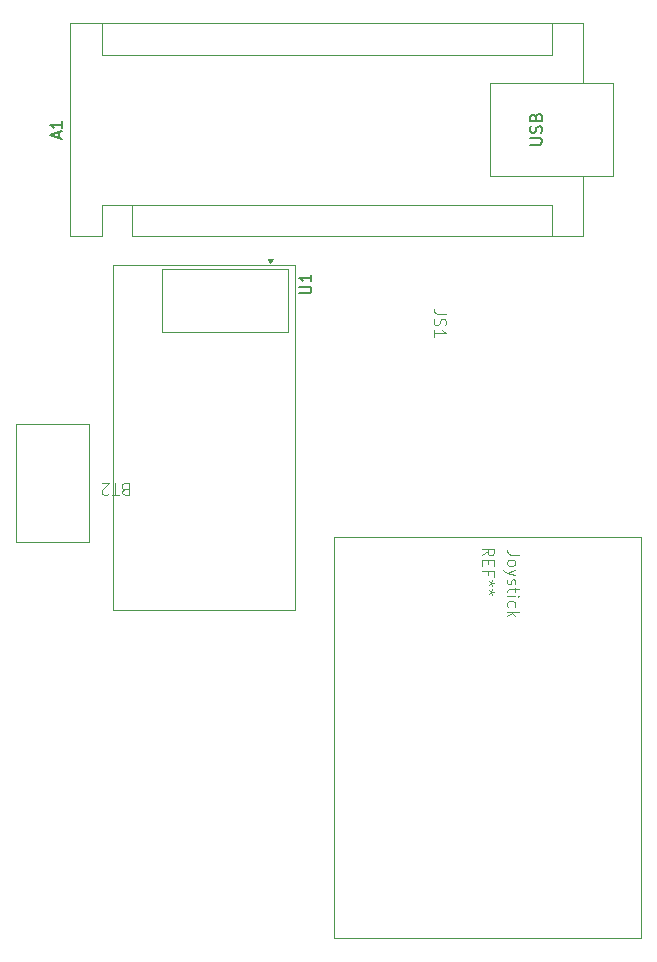
<source format=gbr>
%TF.GenerationSoftware,KiCad,Pcbnew,8.0.6*%
%TF.CreationDate,2024-12-04T13:38:29-05:00*%
%TF.ProjectId,gnahs,676e6168-732e-46b6-9963-61645f706362,rev?*%
%TF.SameCoordinates,Original*%
%TF.FileFunction,Legend,Top*%
%TF.FilePolarity,Positive*%
%FSLAX46Y46*%
G04 Gerber Fmt 4.6, Leading zero omitted, Abs format (unit mm)*
G04 Created by KiCad (PCBNEW 8.0.6) date 2024-12-04 13:38:29*
%MOMM*%
%LPD*%
G01*
G04 APERTURE LIST*
%ADD10C,0.100000*%
%ADD11C,0.150000*%
%ADD12C,0.120000*%
G04 APERTURE END LIST*
D10*
X154542580Y-105166666D02*
X155018771Y-104833333D01*
X154542580Y-104595238D02*
X155542580Y-104595238D01*
X155542580Y-104595238D02*
X155542580Y-104976190D01*
X155542580Y-104976190D02*
X155494961Y-105071428D01*
X155494961Y-105071428D02*
X155447342Y-105119047D01*
X155447342Y-105119047D02*
X155352104Y-105166666D01*
X155352104Y-105166666D02*
X155209247Y-105166666D01*
X155209247Y-105166666D02*
X155114009Y-105119047D01*
X155114009Y-105119047D02*
X155066390Y-105071428D01*
X155066390Y-105071428D02*
X155018771Y-104976190D01*
X155018771Y-104976190D02*
X155018771Y-104595238D01*
X155066390Y-105595238D02*
X155066390Y-105928571D01*
X154542580Y-106071428D02*
X154542580Y-105595238D01*
X154542580Y-105595238D02*
X155542580Y-105595238D01*
X155542580Y-105595238D02*
X155542580Y-106071428D01*
X155066390Y-106833333D02*
X155066390Y-106500000D01*
X154542580Y-106500000D02*
X155542580Y-106500000D01*
X155542580Y-106500000D02*
X155542580Y-106976190D01*
X155542580Y-107500000D02*
X155304485Y-107500000D01*
X155399723Y-107261905D02*
X155304485Y-107500000D01*
X155304485Y-107500000D02*
X155399723Y-107738095D01*
X155114009Y-107357143D02*
X155304485Y-107500000D01*
X155304485Y-107500000D02*
X155114009Y-107642857D01*
X155542580Y-108261905D02*
X155304485Y-108261905D01*
X155399723Y-108023810D02*
X155304485Y-108261905D01*
X155304485Y-108261905D02*
X155399723Y-108500000D01*
X155114009Y-108119048D02*
X155304485Y-108261905D01*
X155304485Y-108261905D02*
X155114009Y-108404762D01*
X157667580Y-105089598D02*
X156953295Y-105089598D01*
X156953295Y-105089598D02*
X156810438Y-105041979D01*
X156810438Y-105041979D02*
X156715200Y-104946741D01*
X156715200Y-104946741D02*
X156667580Y-104803884D01*
X156667580Y-104803884D02*
X156667580Y-104708646D01*
X156667580Y-105708646D02*
X156715200Y-105613408D01*
X156715200Y-105613408D02*
X156762819Y-105565789D01*
X156762819Y-105565789D02*
X156858057Y-105518170D01*
X156858057Y-105518170D02*
X157143771Y-105518170D01*
X157143771Y-105518170D02*
X157239009Y-105565789D01*
X157239009Y-105565789D02*
X157286628Y-105613408D01*
X157286628Y-105613408D02*
X157334247Y-105708646D01*
X157334247Y-105708646D02*
X157334247Y-105851503D01*
X157334247Y-105851503D02*
X157286628Y-105946741D01*
X157286628Y-105946741D02*
X157239009Y-105994360D01*
X157239009Y-105994360D02*
X157143771Y-106041979D01*
X157143771Y-106041979D02*
X156858057Y-106041979D01*
X156858057Y-106041979D02*
X156762819Y-105994360D01*
X156762819Y-105994360D02*
X156715200Y-105946741D01*
X156715200Y-105946741D02*
X156667580Y-105851503D01*
X156667580Y-105851503D02*
X156667580Y-105708646D01*
X157334247Y-106375313D02*
X156667580Y-106613408D01*
X157334247Y-106851503D02*
X156667580Y-106613408D01*
X156667580Y-106613408D02*
X156429485Y-106518170D01*
X156429485Y-106518170D02*
X156381866Y-106470551D01*
X156381866Y-106470551D02*
X156334247Y-106375313D01*
X156715200Y-107184837D02*
X156667580Y-107280075D01*
X156667580Y-107280075D02*
X156667580Y-107470551D01*
X156667580Y-107470551D02*
X156715200Y-107565789D01*
X156715200Y-107565789D02*
X156810438Y-107613408D01*
X156810438Y-107613408D02*
X156858057Y-107613408D01*
X156858057Y-107613408D02*
X156953295Y-107565789D01*
X156953295Y-107565789D02*
X157000914Y-107470551D01*
X157000914Y-107470551D02*
X157000914Y-107327694D01*
X157000914Y-107327694D02*
X157048533Y-107232456D01*
X157048533Y-107232456D02*
X157143771Y-107184837D01*
X157143771Y-107184837D02*
X157191390Y-107184837D01*
X157191390Y-107184837D02*
X157286628Y-107232456D01*
X157286628Y-107232456D02*
X157334247Y-107327694D01*
X157334247Y-107327694D02*
X157334247Y-107470551D01*
X157334247Y-107470551D02*
X157286628Y-107565789D01*
X157334247Y-107899123D02*
X157334247Y-108280075D01*
X157667580Y-108041980D02*
X156810438Y-108041980D01*
X156810438Y-108041980D02*
X156715200Y-108089599D01*
X156715200Y-108089599D02*
X156667580Y-108184837D01*
X156667580Y-108184837D02*
X156667580Y-108280075D01*
X156667580Y-108613409D02*
X157334247Y-108613409D01*
X157667580Y-108613409D02*
X157619961Y-108565790D01*
X157619961Y-108565790D02*
X157572342Y-108613409D01*
X157572342Y-108613409D02*
X157619961Y-108661028D01*
X157619961Y-108661028D02*
X157667580Y-108613409D01*
X157667580Y-108613409D02*
X157572342Y-108613409D01*
X156715200Y-109518170D02*
X156667580Y-109422932D01*
X156667580Y-109422932D02*
X156667580Y-109232456D01*
X156667580Y-109232456D02*
X156715200Y-109137218D01*
X156715200Y-109137218D02*
X156762819Y-109089599D01*
X156762819Y-109089599D02*
X156858057Y-109041980D01*
X156858057Y-109041980D02*
X157143771Y-109041980D01*
X157143771Y-109041980D02*
X157239009Y-109089599D01*
X157239009Y-109089599D02*
X157286628Y-109137218D01*
X157286628Y-109137218D02*
X157334247Y-109232456D01*
X157334247Y-109232456D02*
X157334247Y-109422932D01*
X157334247Y-109422932D02*
X157286628Y-109518170D01*
X156667580Y-109946742D02*
X157667580Y-109946742D01*
X157048533Y-110041980D02*
X156667580Y-110327694D01*
X157334247Y-110327694D02*
X156953295Y-109946742D01*
X151462580Y-84690476D02*
X150748295Y-84690476D01*
X150748295Y-84690476D02*
X150605438Y-84642857D01*
X150605438Y-84642857D02*
X150510200Y-84547619D01*
X150510200Y-84547619D02*
X150462580Y-84404762D01*
X150462580Y-84404762D02*
X150462580Y-84309524D01*
X150510200Y-85119048D02*
X150462580Y-85261905D01*
X150462580Y-85261905D02*
X150462580Y-85500000D01*
X150462580Y-85500000D02*
X150510200Y-85595238D01*
X150510200Y-85595238D02*
X150557819Y-85642857D01*
X150557819Y-85642857D02*
X150653057Y-85690476D01*
X150653057Y-85690476D02*
X150748295Y-85690476D01*
X150748295Y-85690476D02*
X150843533Y-85642857D01*
X150843533Y-85642857D02*
X150891152Y-85595238D01*
X150891152Y-85595238D02*
X150938771Y-85500000D01*
X150938771Y-85500000D02*
X150986390Y-85309524D01*
X150986390Y-85309524D02*
X151034009Y-85214286D01*
X151034009Y-85214286D02*
X151081628Y-85166667D01*
X151081628Y-85166667D02*
X151176866Y-85119048D01*
X151176866Y-85119048D02*
X151272104Y-85119048D01*
X151272104Y-85119048D02*
X151367342Y-85166667D01*
X151367342Y-85166667D02*
X151414961Y-85214286D01*
X151414961Y-85214286D02*
X151462580Y-85309524D01*
X151462580Y-85309524D02*
X151462580Y-85547619D01*
X151462580Y-85547619D02*
X151414961Y-85690476D01*
X150462580Y-86642857D02*
X150462580Y-86071429D01*
X150462580Y-86357143D02*
X151462580Y-86357143D01*
X151462580Y-86357143D02*
X151319723Y-86261905D01*
X151319723Y-86261905D02*
X151224485Y-86166667D01*
X151224485Y-86166667D02*
X151176866Y-86071429D01*
X124285714Y-99566390D02*
X124142857Y-99518771D01*
X124142857Y-99518771D02*
X124095238Y-99471152D01*
X124095238Y-99471152D02*
X124047619Y-99375914D01*
X124047619Y-99375914D02*
X124047619Y-99233057D01*
X124047619Y-99233057D02*
X124095238Y-99137819D01*
X124095238Y-99137819D02*
X124142857Y-99090200D01*
X124142857Y-99090200D02*
X124238095Y-99042580D01*
X124238095Y-99042580D02*
X124619047Y-99042580D01*
X124619047Y-99042580D02*
X124619047Y-100042580D01*
X124619047Y-100042580D02*
X124285714Y-100042580D01*
X124285714Y-100042580D02*
X124190476Y-99994961D01*
X124190476Y-99994961D02*
X124142857Y-99947342D01*
X124142857Y-99947342D02*
X124095238Y-99852104D01*
X124095238Y-99852104D02*
X124095238Y-99756866D01*
X124095238Y-99756866D02*
X124142857Y-99661628D01*
X124142857Y-99661628D02*
X124190476Y-99614009D01*
X124190476Y-99614009D02*
X124285714Y-99566390D01*
X124285714Y-99566390D02*
X124619047Y-99566390D01*
X123761904Y-100042580D02*
X123190476Y-100042580D01*
X123476190Y-99042580D02*
X123476190Y-100042580D01*
X122904761Y-99947342D02*
X122857142Y-99994961D01*
X122857142Y-99994961D02*
X122761904Y-100042580D01*
X122761904Y-100042580D02*
X122523809Y-100042580D01*
X122523809Y-100042580D02*
X122428571Y-99994961D01*
X122428571Y-99994961D02*
X122380952Y-99947342D01*
X122380952Y-99947342D02*
X122333333Y-99852104D01*
X122333333Y-99852104D02*
X122333333Y-99756866D01*
X122333333Y-99756866D02*
X122380952Y-99614009D01*
X122380952Y-99614009D02*
X122952380Y-99042580D01*
X122952380Y-99042580D02*
X122333333Y-99042580D01*
D11*
X118689104Y-69834285D02*
X118689104Y-69358095D01*
X118974819Y-69929523D02*
X117974819Y-69596190D01*
X117974819Y-69596190D02*
X118974819Y-69262857D01*
X118974819Y-68405714D02*
X118974819Y-68977142D01*
X118974819Y-68691428D02*
X117974819Y-68691428D01*
X117974819Y-68691428D02*
X118117676Y-68786666D01*
X118117676Y-68786666D02*
X118212914Y-68881904D01*
X118212914Y-68881904D02*
X118260533Y-68977142D01*
X158614819Y-70381904D02*
X159424342Y-70381904D01*
X159424342Y-70381904D02*
X159519580Y-70334285D01*
X159519580Y-70334285D02*
X159567200Y-70286666D01*
X159567200Y-70286666D02*
X159614819Y-70191428D01*
X159614819Y-70191428D02*
X159614819Y-70000952D01*
X159614819Y-70000952D02*
X159567200Y-69905714D01*
X159567200Y-69905714D02*
X159519580Y-69858095D01*
X159519580Y-69858095D02*
X159424342Y-69810476D01*
X159424342Y-69810476D02*
X158614819Y-69810476D01*
X159567200Y-69381904D02*
X159614819Y-69239047D01*
X159614819Y-69239047D02*
X159614819Y-69000952D01*
X159614819Y-69000952D02*
X159567200Y-68905714D01*
X159567200Y-68905714D02*
X159519580Y-68858095D01*
X159519580Y-68858095D02*
X159424342Y-68810476D01*
X159424342Y-68810476D02*
X159329104Y-68810476D01*
X159329104Y-68810476D02*
X159233866Y-68858095D01*
X159233866Y-68858095D02*
X159186247Y-68905714D01*
X159186247Y-68905714D02*
X159138628Y-69000952D01*
X159138628Y-69000952D02*
X159091009Y-69191428D01*
X159091009Y-69191428D02*
X159043390Y-69286666D01*
X159043390Y-69286666D02*
X158995771Y-69334285D01*
X158995771Y-69334285D02*
X158900533Y-69381904D01*
X158900533Y-69381904D02*
X158805295Y-69381904D01*
X158805295Y-69381904D02*
X158710057Y-69334285D01*
X158710057Y-69334285D02*
X158662438Y-69286666D01*
X158662438Y-69286666D02*
X158614819Y-69191428D01*
X158614819Y-69191428D02*
X158614819Y-68953333D01*
X158614819Y-68953333D02*
X158662438Y-68810476D01*
X159091009Y-68048571D02*
X159138628Y-67905714D01*
X159138628Y-67905714D02*
X159186247Y-67858095D01*
X159186247Y-67858095D02*
X159281485Y-67810476D01*
X159281485Y-67810476D02*
X159424342Y-67810476D01*
X159424342Y-67810476D02*
X159519580Y-67858095D01*
X159519580Y-67858095D02*
X159567200Y-67905714D01*
X159567200Y-67905714D02*
X159614819Y-68000952D01*
X159614819Y-68000952D02*
X159614819Y-68381904D01*
X159614819Y-68381904D02*
X158614819Y-68381904D01*
X158614819Y-68381904D02*
X158614819Y-68048571D01*
X158614819Y-68048571D02*
X158662438Y-67953333D01*
X158662438Y-67953333D02*
X158710057Y-67905714D01*
X158710057Y-67905714D02*
X158805295Y-67858095D01*
X158805295Y-67858095D02*
X158900533Y-67858095D01*
X158900533Y-67858095D02*
X158995771Y-67905714D01*
X158995771Y-67905714D02*
X159043390Y-67953333D01*
X159043390Y-67953333D02*
X159091009Y-68048571D01*
X159091009Y-68048571D02*
X159091009Y-68381904D01*
X139079819Y-82972404D02*
X139889342Y-82972404D01*
X139889342Y-82972404D02*
X139984580Y-82924785D01*
X139984580Y-82924785D02*
X140032200Y-82877166D01*
X140032200Y-82877166D02*
X140079819Y-82781928D01*
X140079819Y-82781928D02*
X140079819Y-82591452D01*
X140079819Y-82591452D02*
X140032200Y-82496214D01*
X140032200Y-82496214D02*
X139984580Y-82448595D01*
X139984580Y-82448595D02*
X139889342Y-82400976D01*
X139889342Y-82400976D02*
X139079819Y-82400976D01*
X140079819Y-81400976D02*
X140079819Y-81972404D01*
X140079819Y-81686690D02*
X139079819Y-81686690D01*
X139079819Y-81686690D02*
X139222676Y-81781928D01*
X139222676Y-81781928D02*
X139317914Y-81877166D01*
X139317914Y-81877166D02*
X139365533Y-81972404D01*
%TO.C,REF\u002A\u002A*%
D10*
X168000000Y-103600000D02*
X142000000Y-103600000D01*
X142000000Y-137600000D01*
X168000000Y-137600000D01*
X168000000Y-103600000D01*
%TO.C,BT2*%
X121300000Y-104000000D02*
X115100000Y-104000000D01*
X115100000Y-94000000D01*
X121300000Y-94000000D01*
X121300000Y-104000000D01*
D12*
%TO.C,A1*%
X119660000Y-60100000D02*
X119660000Y-78140000D01*
X119660000Y-78140000D02*
X122330000Y-78140000D01*
X122330000Y-62770000D02*
X122330000Y-60100000D01*
X122330000Y-62770000D02*
X160430000Y-62770000D01*
X122330000Y-75470000D02*
X122330000Y-78140000D01*
X124870000Y-75470000D02*
X122330000Y-75470000D01*
X124870000Y-75470000D02*
X124870000Y-78140000D01*
X124870000Y-75470000D02*
X160430000Y-75470000D01*
X124870000Y-78140000D02*
X163100000Y-78140000D01*
X155220000Y-65180000D02*
X165640000Y-65180000D01*
X155220000Y-73060000D02*
X155220000Y-65180000D01*
X160430000Y-62770000D02*
X160430000Y-60100000D01*
X160430000Y-75470000D02*
X160430000Y-78140000D01*
X163100000Y-60100000D02*
X119660000Y-60100000D01*
X163100000Y-60100000D02*
X163100000Y-65180000D01*
X163100000Y-78140000D02*
X163100000Y-73060000D01*
X165640000Y-65180000D02*
X165640000Y-73060000D01*
X165640000Y-73060000D02*
X155220000Y-73060000D01*
%TO.C,U1*%
X123275000Y-80610500D02*
X138725000Y-80610500D01*
X123275000Y-109810500D02*
X123275000Y-80610500D01*
X127481000Y-80940500D02*
X127481000Y-80940500D01*
X127481000Y-80940500D02*
X138149000Y-80940500D01*
X127481000Y-86274500D02*
X127481000Y-80940500D01*
X138149000Y-80940500D02*
X138149000Y-80940500D01*
X138149000Y-80940500D02*
X138149000Y-86274500D01*
X138149000Y-86274500D02*
X127481000Y-86274500D01*
X138725000Y-80610500D02*
X138725000Y-80610500D01*
X138725000Y-80610500D02*
X138725000Y-109810500D01*
X138725000Y-109810500D02*
X123275000Y-109810500D01*
X136625000Y-80410500D02*
X136385000Y-80074500D01*
X136865000Y-80074500D01*
X136625000Y-80410500D01*
G36*
X136625000Y-80410500D02*
G01*
X136385000Y-80074500D01*
X136865000Y-80074500D01*
X136625000Y-80410500D01*
G37*
%TD*%
M02*

</source>
